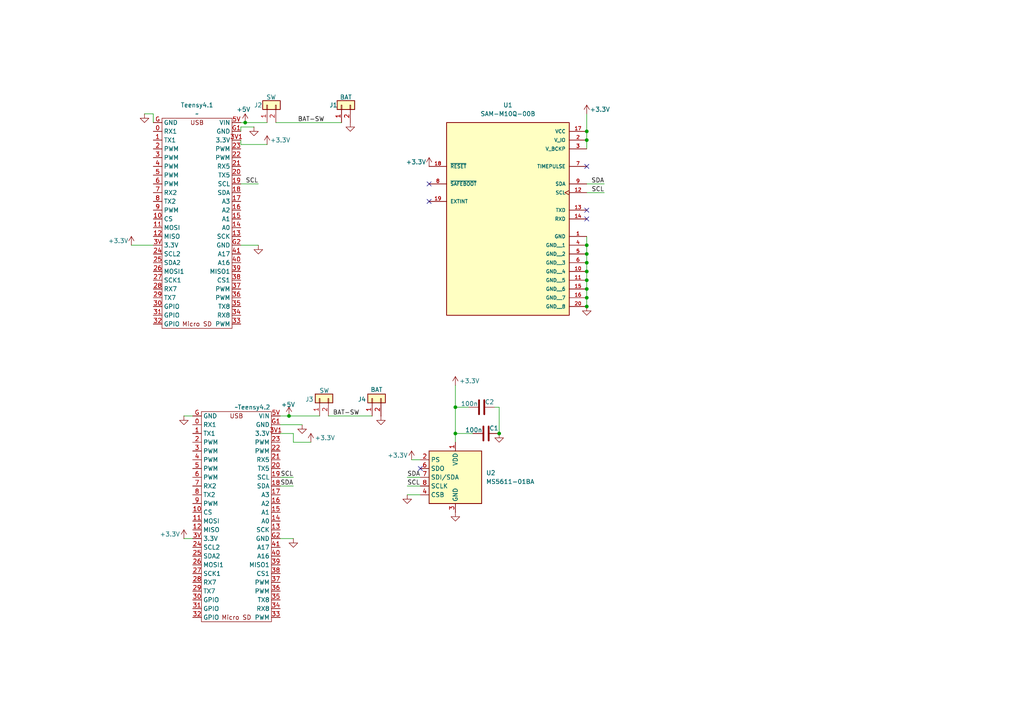
<source format=kicad_sch>
(kicad_sch (version 20250114) (generator "eeschema") (generator_version "9.0")
  (paper "A4")
  (lib_symbols
    (symbol "Connector_Generic:Conn_01x02" (pin_names (offset 1.016) (hide yes))
      (property "Reference" "J" (at 0 2.54 0))
      (property "Value" "Conn_01x02" (at 0 -5.08 0))
      (symbol "Conn_01x02_1_1"
        (rectangle (start -1.27 1.27) (end 1.27 -3.81) (stroke (width 0.254)) (fill (type background)))
        (rectangle (start -1.27 0.127) (end 0 -0.127) (stroke (width 0.1524)))
        (rectangle (start -1.27 -2.413) (end 0 -2.667) (stroke (width 0.1524)))
        (pin passive line (at -5.08 0 0) (length 3.81) (name "Pin_1") (number "1"))
        (pin passive line (at -5.08 -2.54 0) (length 3.81) (name "Pin_2") (number "2"))
      )
    )
    (symbol "Device:C" (pin_numbers (hide yes)) (pin_names (offset 0.254))
      (property "Reference" "C" (at 0.635 2.54 0))
      (property "Value" "C" (at 0.635 -2.54 0))
      (symbol "C_0_1"
        (polyline (pts (xy -2.032 0.762) (xy 2.032 0.762)) (stroke (width 0.508)))
        (polyline (pts (xy -2.032 -0.762) (xy 2.032 -0.762)) (stroke (width 0.508)))
      )
      (symbol "C_1_1"
        (pin passive line (at 0 3.81 270) (length 2.794) (name "~") (number "1"))
        (pin passive line (at 0 -3.81 90) (length 2.794) (name "~") (number "2"))
      )
    )
    (symbol "SAM-M10Q-00B:SAM-M10Q-00B" (pin_names (offset 1.016))
      (property "Reference" "U" (at -17.78 18.542 0))
      (property "Value" "SAM-M10Q-00B" (at -17.78 -40.64 0))
      (symbol "SAM-M10Q-00B_0_0"
        (rectangle (start -17.78 -38.1) (end 17.78 17.78) (stroke (width 0.254)) (fill (type background)))
        (pin input line (at -22.86 5.08 0) (length 5.08) (name "~{RESET}") (number "18"))
        (pin input line (at -22.86 0 0) (length 5.08) (name "~{SAFEBOOT}") (number "8"))
        (pin input line (at -22.86 -5.08 0) (length 5.08) (name "EXTINT") (number "19"))
        (pin power_in line (at 22.86 15.24 180) (length 5.08) (name "VCC") (number "17"))
        (pin power_in line (at 22.86 12.7 180) (length 5.08) (name "V_IO") (number "2"))
        (pin power_in line (at 22.86 10.16 180) (length 5.08) (name "V_BCKP") (number "3"))
        (pin output line (at 22.86 5.08 180) (length 5.08) (name "TIMEPULSE") (number "7"))
        (pin bidirectional line (at 22.86 0 180) (length 5.08) (name "SDA") (number "9"))
        (pin input clock (at 22.86 -2.54 180) (length 5.08) (name "SCL") (number "12"))
        (pin output line (at 22.86 -7.62 180) (length 5.08) (name "TXD") (number "13"))
        (pin input line (at 22.86 -10.16 180) (length 5.08) (name "RXD") (number "14"))
        (pin power_in line (at 22.86 -15.24 180) (length 5.08) (name "GND") (number "1"))
        (pin power_in line (at 22.86 -17.78 180) (length 5.08) (name "GND__1") (number "4"))
        (pin power_in line (at 22.86 -20.32 180) (length 5.08) (name "GND__2") (number "5"))
        (pin power_in line (at 22.86 -22.86 180) (length 5.08) (name "GND__3") (number "6"))
        (pin power_in line (at 22.86 -25.4 180) (length 5.08) (name "GND__4") (number "10"))
        (pin power_in line (at 22.86 -27.94 180) (length 5.08) (name "GND__5") (number "11"))
        (pin power_in line (at 22.86 -30.48 180) (length 5.08) (name "GND__6") (number "15"))
        (pin power_in line (at 22.86 -33.02 180) (length 5.08) (name "GND__7") (number "16"))
        (pin power_in line (at 22.86 -35.56 180) (length 5.08) (name "GND__8") (number "20"))
      )
    )
    (symbol "Sensor_Pressure:MS5611-01BA"
      (property "Reference" "U" (at -6.35 8.89 0))
      (property "Value" "MS5611-01BA" (at 7.62 8.89 0))
      (symbol "MS5611-01BA_0_1"
        (rectangle (start -7.62 7.62) (end 7.62 -7.62) (stroke (width 0.254)) (fill (type background)))
      )
      (symbol "MS5611-01BA_1_1"
        (pin input line (at -10.16 5.08 0) (length 2.54) (name "PS") (number "2"))
        (pin output line (at -10.16 2.54 0) (length 2.54) (name "SDO") (number "6"))
        (pin bidirectional line (at -10.16 0 0) (length 2.54) (name "SDI/SDA") (number "7"))
        (pin input line (at -10.16 -2.54 0) (length 2.54) (name "SCLK") (number "8"))
        (pin input line (at -10.16 -5.08 0) (length 2.54) (name "CSB") (number "4"))
        (pin input line (at -10.16 -5.08 0) (length 2.54) (hide yes) (name "CSB") (number "5"))
        (pin power_in line (at 0 10.16 270) (length 2.54) (name "VDD") (number "1"))
        (pin power_in line (at 0 -10.16 90) (length 2.54) (name "GND") (number "3"))
      )
    )
    (symbol "power:+3.3V" (power) (pin_numbers (hide yes)) (pin_names (offset 0) (hide yes))
      (property "Value" "+3.3V" (at 0 3.556 0))
      (symbol "+3.3V_0_1"
        (polyline (pts (xy -0.762 1.27) (xy 0 2.54)))
        (polyline (pts (xy 0 2.54) (xy 0.762 1.27)))
        (polyline (pts (xy 0 0) (xy 0 2.54)))
      )
      (symbol "+3.3V_1_1"
        (pin power_in line (at 0 0 90) (length 0) (name "~") (number "1"))
      )
    )
    (symbol "power:+5V" (power) (pin_numbers (hide yes)) (pin_names (offset 0) (hide yes))
      (property "Value" "+5V" (at 0 3.556 0))
      (symbol "+5V_0_1"
        (polyline (pts (xy -0.762 1.27) (xy 0 2.54)))
        (polyline (pts (xy 0 2.54) (xy 0.762 1.27)))
        (polyline (pts (xy 0 0) (xy 0 2.54)))
      )
      (symbol "+5V_1_1"
        (pin power_in line (at 0 0 90) (length 0) (name "~") (number "1"))
      )
    )
    (symbol "power:GND" (power) (pin_numbers (hide yes)) (pin_names (offset 0) (hide yes))
      (property "Value" "GND" (at 0 -3.81 0))
      (symbol "GND_0_1"
        (polyline (pts (xy 0 0) (xy 0 -1.27) (xy 1.27 -1.27) (xy 0 -2.54) (xy -1.27 -1.27) (xy 0 -1.27)))
      )
      (symbol "GND_1_1"
        (pin power_in line (at 0 0 270) (length 0) (name "~") (number "1"))
      )
    )
    (symbol "teensy:Teensy4.1"
      (property "Reference" "Teensy4.1" (at 0 0 90))
      (symbol "Teensy4.1_0_1"
        (rectangle (start -10.16 30.48) (end 10.16 -30.48))
      )
      (symbol "Teensy4.1_1_1"
        (text "USB" (at 0 29.21 0) (effects (font (size 1.27 1.27))))
        (text "Micro SD" (at 0 -29.21 0) (effects (font (size 1.27 1.27))))
        (pin input line (at -12.7 29.21 0) (length 2.54) (name "GND") (number "G"))
        (pin input line (at -12.7 26.67 0) (length 2.54) (name "RX1") (number "0"))
        (pin input line (at -12.7 24.13 0) (length 2.54) (name "TX1") (number "1"))
        (pin input line (at -12.7 21.59 0) (length 2.54) (name "PWM") (number "2"))
        (pin input line (at -12.7 19.05 0) (length 2.54) (name "PWM") (number "3"))
        (pin input line (at -12.7 16.51 0) (length 2.54) (name "PWM") (number "4"))
        (pin input line (at -12.7 13.97 0) (length 2.54) (name "PWM") (number "5"))
        (pin input line (at -12.7 11.43 0) (length 2.54) (name "PWM") (number "6"))
        (pin input line (at -12.7 8.89 0) (length 2.54) (name "RX2") (number "7"))
        (pin input line (at -12.7 6.35 0) (length 2.54) (name "TX2") (number "8"))
        (pin input line (at -12.7 3.81 0) (length 2.54) (name "PWM") (number "9"))
        (pin input line (at -12.7 1.27 0) (length 2.54) (name "CS") (number "10"))
        (pin input line (at -12.7 -1.27 0) (length 2.54) (name "MOSI") (number "11"))
        (pin input line (at -12.7 -3.81 0) (length 2.54) (name "MISO") (number "12"))
        (pin input line (at -12.7 -6.35 0) (length 2.54) (name "3.3V") (number "3V"))
        (pin input line (at -12.7 -8.89 0) (length 2.54) (name "SCL2") (number "24"))
        (pin input line (at -12.7 -11.43 0) (length 2.54) (name "SDA2") (number "25"))
        (pin input line (at -12.7 -13.97 0) (length 2.54) (name "MOSI1") (number "26"))
        (pin input line (at -12.7 -16.51 0) (length 2.54) (name "SCK1") (number "27"))
        (pin input line (at -12.7 -19.05 0) (length 2.54) (name "RX7") (number "28"))
        (pin input line (at -12.7 -21.59 0) (length 2.54) (name "TX7") (number "29"))
        (pin input line (at -12.7 -24.13 0) (length 2.54) (name "GPIO") (number "30"))
        (pin input line (at -12.7 -26.67 0) (length 2.54) (name "GPIO") (number "31"))
        (pin input line (at -12.7 -29.21 0) (length 2.54) (name "GPIO") (number "32"))
        (pin input line (at 12.7 29.21 180) (length 2.54) (name "VIN") (number "5V"))
        (pin input line (at 12.7 26.67 180) (length 2.54) (name "GND") (number "G1"))
        (pin input line (at 12.7 24.13 180) (length 2.54) (name "3.3V") (number "3V1"))
        (pin input line (at 12.7 21.59 180) (length 2.54) (name "PWM") (number "23"))
        (pin input line (at 12.7 19.05 180) (length 2.54) (name "PWM") (number "22"))
        (pin input line (at 12.7 16.51 180) (length 2.54) (name "RX5") (number "21"))
        (pin input line (at 12.7 13.97 180) (length 2.54) (name "TX5") (number "20"))
        (pin input line (at 12.7 11.43 180) (length 2.54) (name "SCL") (number "19"))
        (pin input line (at 12.7 8.89 180) (length 2.54) (name "SDA") (number "18"))
        (pin input line (at 12.7 6.35 180) (length 2.54) (name "A3") (number "17"))
        (pin input line (at 12.7 3.81 180) (length 2.54) (name "A2") (number "16"))
        (pin input line (at 12.7 1.27 180) (length 2.54) (name "A1") (number "15"))
        (pin input line (at 12.7 -1.27 180) (length 2.54) (name "A0") (number "14"))
        (pin input line (at 12.7 -3.81 180) (length 2.54) (name "SCK") (number "13"))
        (pin input line (at 12.7 -6.35 180) (length 2.54) (name "GND") (number "G2"))
        (pin input line (at 12.7 -8.89 180) (length 2.54) (name "A17") (number "41"))
        (pin input line (at 12.7 -11.43 180) (length 2.54) (name "A16") (number "40"))
        (pin input line (at 12.7 -13.97 180) (length 2.54) (name "MISO1") (number "39"))
        (pin input line (at 12.7 -16.51 180) (length 2.54) (name "CS1") (number "38"))
        (pin input line (at 12.7 -19.05 180) (length 2.54) (name "PWM") (number "37"))
        (pin input line (at 12.7 -21.59 180) (length 2.54) (name "PWM") (number "36"))
        (pin input line (at 12.7 -24.13 180) (length 2.54) (name "TX8") (number "35"))
        (pin input line (at 12.7 -26.67 180) (length 2.54) (name "RX8") (number "34"))
        (pin input line (at 12.7 -29.21 180) (length 2.54) (name "PWM") (number "33"))
      )
    )
  )
  (junction (at 170.18 71.12))
  (junction (at 170.18 73.66))
  (junction (at 132.08 125.73))
  (junction (at 132.08 118.11))
  (junction (at 170.18 40.64))
  (junction (at 170.18 83.82))
  (junction (at 170.18 86.36))
  (junction (at 170.18 88.9))
  (junction (at 170.18 76.2))
  (junction (at 170.18 78.74))
  (junction (at 83.82 120.65))
  (junction (at 170.18 38.1))
  (junction (at 170.18 81.28))
  (junction (at 144.78 125.73))
  (junction (at 71.12 35.56))
  (no_connect (at 124.46 53.34))
  (no_connect (at 124.46 58.42))
  (no_connect (at 170.18 60.96))
  (no_connect (at 121.92 135.89))
  (no_connect (at 170.18 63.5))
  (no_connect (at 170.18 48.26))
  (wire (pts (xy 69.85 36.83) (xy 69.85 38.1)))
  (wire (pts (xy 132.08 125.73) (xy 132.08 128.27)))
  (wire (pts (xy 81.28 140.97) (xy 85.09 140.97)))
  (wire (pts (xy 118.11 140.97) (xy 121.92 140.97)))
  (wire (pts (xy 69.85 36.83) (xy 73.66 36.83)))
  (wire (pts (xy 170.18 76.2) (xy 170.18 78.74)))
  (wire (pts (xy 71.12 35.56) (xy 69.85 35.56)))
  (wire (pts (xy 170.18 81.28) (xy 170.18 83.82)))
  (wire (pts (xy 132.08 111.76) (xy 132.08 118.11)))
  (wire (pts (xy 170.18 40.64) (xy 170.18 43.18)))
  (wire (pts (xy 38.1 71.12) (xy 44.45 71.12)))
  (wire (pts (xy 170.18 83.82) (xy 170.18 86.36)))
  (wire (pts (xy 81.28 120.65) (xy 83.82 120.65)))
  (wire (pts (xy 69.85 71.12) (xy 74.93 71.12)))
  (wire (pts (xy 170.18 78.74) (xy 170.18 81.28)))
  (wire (pts (xy 81.28 123.19) (xy 87.63 123.19)))
  (wire (pts (xy 85.09 128.27) (xy 90.17 128.27)))
  (wire (pts (xy 44.45 33.02) (xy 44.45 35.56)))
  (wire (pts (xy 118.11 143.51) (xy 121.92 143.51)))
  (wire (pts (xy 119.38 133.35) (xy 121.92 133.35)))
  (wire (pts (xy 170.18 71.12) (xy 170.18 73.66)))
  (wire (pts (xy 132.08 118.11) (xy 132.08 125.73)))
  (wire (pts (xy 80.01 35.56) (xy 99.06 35.56)))
  (wire (pts (xy 69.85 41.91) (xy 77.47 41.91)))
  (wire (pts (xy 81.28 125.73) (xy 85.09 125.73)))
  (wire (pts (xy 170.18 86.36) (xy 170.18 88.9)))
  (wire (pts (xy 135.89 118.11) (xy 132.08 118.11)))
  (wire (pts (xy 53.34 120.65) (xy 55.88 120.65)))
  (wire (pts (xy 175.26 55.88) (xy 170.18 55.88)))
  (wire (pts (xy 69.85 40.64) (xy 69.85 41.91)))
  (wire (pts (xy 95.25 120.65) (xy 107.95 120.65)))
  (wire (pts (xy 74.93 53.34) (xy 69.85 53.34)))
  (wire (pts (xy 143.51 118.11) (xy 144.78 118.11)))
  (wire (pts (xy 77.47 35.56) (xy 71.12 35.56)))
  (wire (pts (xy 137.16 125.73) (xy 132.08 125.73)))
  (wire (pts (xy 81.28 156.21) (xy 85.09 156.21)))
  (wire (pts (xy 85.09 125.73) (xy 85.09 128.27)))
  (wire (pts (xy 118.11 138.43) (xy 121.92 138.43)))
  (wire (pts (xy 170.18 38.1) (xy 170.18 40.64)))
  (wire (pts (xy 170.18 68.58) (xy 170.18 71.12)))
  (wire (pts (xy 41.91 33.02) (xy 44.45 33.02)))
  (wire (pts (xy 170.18 33.02) (xy 170.18 38.1)))
  (wire (pts (xy 53.34 156.21) (xy 55.88 156.21)))
  (wire (pts (xy 170.18 73.66) (xy 170.18 76.2)))
  (wire (pts (xy 144.78 118.11) (xy 144.78 125.73)))
  (wire (pts (xy 170.18 53.34) (xy 175.26 53.34)))
  (wire (pts (xy 85.09 138.43) (xy 81.28 138.43)))
  (wire (pts (xy 83.82 120.65) (xy 92.71 120.65)))
  (label "SCL" (at 85.09 138.43 180))
  (label "SDA" (at 85.09 140.97 180))
  (label "BAT-SW" (at 96.52 120.65 0))
  (label "BAT-SW" (at 86.36 35.56 0))
  (label "SDA" (at 175.26 53.34 180))
  (label "SCL" (at 175.26 55.88 180))
  (label "SCL" (at 74.93 53.34 180))
  (label "SCL" (at 118.11 140.97 0))
  (label "SDA" (at 118.11 138.43 0))
  (symbol (lib_id "power:+3.3V") (at 132.08 111.76 0) (unit 1)
    (property "Reference" "#PWR021" (effects (hide yes)))
    (property "Value" "+3.3V" (at 136.144 110.49 0))
    (property "Description" "Power symbol creates a global label with name \"+3.3V\"" (effects (hide yes)))
  )
  (symbol (lib_id "Sensor_Pressure:MS5611-01BA") (at 132.08 138.43 0) (unit 1)
    (property "Reference" "U2" (at 140.97 137.1599 0) (effects (justify left)))
    (property "Value" "MS5611-01BA" (at 140.97 139.6999 0) (effects (justify left)))
    (property "Footprint" "Package_LGA:LGA-8_3x5mm_P1.25mm" (effects (hide yes)))
    (property "Datasheet" "https://www.te.com/commerce/DocumentDelivery/DDEController?Action=srchrtrv&DocNm=MS5611-01BA03&DocType=Data+Sheet&DocLang=English" (effects (hide yes)))
    (property "Description" "Barometric pressure sensor, 10cm resolution, 10 to 1200 mbar, I2C and SPI interface up to 20MHz, LGA-8" (effects (hide yes)))
  )
  (symbol (lib_id "Connector_Generic:Conn_01x02") (at 92.71 115.57 90) (unit 1)
    (property "Reference" "J3" (at 90.932 115.824 90) (effects (justify left)))
    (property "Value" "SW" (at 95.504 113.284 90) (effects (justify left)))
    (property "Footprint" "Connector_JST:JST_XH_B2B-XH-A_1x02_P2.50mm_Vertical" (effects (hide yes)))
    (property "Description" "Generic connector, single row, 01x02, script generated (kicad-library-utils/schlib/autogen/connector/)" (effects (hide yes)))
  )
  (symbol (lib_id "power:+3.3V") (at 90.17 128.27 0) (unit 1)
    (property "Reference" "#PWR013" (effects (hide yes)))
    (property "Value" "+3.3V" (at 94.234 127 0))
    (property "Description" "Power symbol creates a global label with name \"+3.3V\"" (effects (hide yes)))
  )
  (symbol (lib_id "power:GND") (at 101.6 35.56 0) (unit 1)
    (property "Reference" "#PWR07" (effects (hide yes)))
    (property "Value" "GND" (effects (hide yes)))
    (property "Description" "Power symbol creates a global label with name \"GND\" , ground" (effects (hide yes)))
  )
  (symbol (lib_id "power:GND") (at 170.18 88.9 0) (unit 1)
    (property "Reference" "#PWR08" (effects (hide yes)))
    (property "Value" "GND" (effects (hide yes)))
    (property "Description" "Power symbol creates a global label with name \"GND\" , ground" (effects (hide yes)))
  )
  (symbol (lib_id "power:+3.3V") (at 38.1 71.12 0) (mirror y) (unit 1)
    (property "Reference" "#PWR06" (effects (hide yes)))
    (property "Value" "+3.3V" (at 34.29 69.85 0))
    (property "Description" "Power symbol creates a global label with name \"+3.3V\"" (effects (hide yes)))
  )
  (symbol (lib_id "power:GND") (at 73.66 36.83 0) (unit 1)
    (property "Reference" "#PWR04" (effects (hide yes)))
    (property "Value" "GND" (effects (hide yes)))
    (property "Description" "Power symbol creates a global label with name \"GND\" , ground" (effects (hide yes)))
  )
  (symbol (lib_id "power:+3.3V") (at 53.34 156.21 0) (mirror y) (unit 1)
    (property "Reference" "#PWR017" (effects (hide yes)))
    (property "Value" "+3.3V" (at 49.276 154.94 0))
    (property "Description" "Power symbol creates a global label with name \"+3.3V\"" (effects (hide yes)))
  )
  (symbol (lib_id "teensy:Teensy4.1") (at 57.15 64.77 0) (unit 1)
    (property "Reference" "Teensy4.1" (at 57.15 30.48 0))
    (property "Value" "~" (at 57.15 33.02 0))
  )
  (symbol (lib_id "Device:C") (at 140.97 125.73 90) (unit 1)
    (property "Reference" "C1" (at 143.256 124.206 90))
    (property "Value" "100n" (at 137.414 124.714 90))
    (property "Footprint" "Capacitor_SMD:C_0603_1608Metric" (effects (hide yes)))
    (property "Description" "Unpolarized capacitor" (effects (hide yes)))
  )
  (symbol (lib_id "power:GND") (at 132.08 148.59 0) (unit 1)
    (property "Reference" "#PWR020" (effects (hide yes)))
    (property "Value" "GND" (effects (hide yes)))
    (property "Description" "Power symbol creates a global label with name \"GND\" , ground" (effects (hide yes)))
  )
  (symbol (lib_id "power:GND") (at 85.09 156.21 0) (unit 1)
    (property "Reference" "#PWR014" (effects (hide yes)))
    (property "Value" "GND" (effects (hide yes)))
    (property "Description" "Power symbol creates a global label with name \"GND\" , ground" (effects (hide yes)))
  )
  (symbol (lib_id "power:+5V") (at 83.82 120.65 0) (unit 1)
    (property "Reference" "#PWR012" (effects (hide yes)))
    (property "Value" "+5V" (at 83.566 117.348 0))
    (property "Description" "Power symbol creates a global label with name \"+5V\"" (effects (hide yes)))
  )
  (symbol (lib_id "power:GND") (at 144.78 125.73 0) (unit 1)
    (property "Reference" "#PWR022" (effects (hide yes)))
    (property "Value" "GND" (effects (hide yes)))
    (property "Description" "Power symbol creates a global label with name \"GND\" , ground" (effects (hide yes)))
  )
  (symbol (lib_id "power:GND") (at 110.49 120.65 0) (unit 1)
    (property "Reference" "#PWR016" (effects (hide yes)))
    (property "Value" "GND" (effects (hide yes)))
    (property "Description" "Power symbol creates a global label with name \"GND\" , ground" (effects (hide yes)))
  )
  (symbol (lib_id "power:+3.3V") (at 77.47 41.91 0) (unit 1)
    (property "Reference" "#PWR02" (effects (hide yes)))
    (property "Value" "+3.3V" (at 81.28 40.64 0))
    (property "Description" "Power symbol creates a global label with name \"+3.3V\"" (effects (hide yes)))
  )
  (symbol (lib_id "Connector_Generic:Conn_01x02") (at 77.47 30.48 90) (unit 1)
    (property "Reference" "J2" (at 73.66 30.48 90) (effects (justify right)))
    (property "Value" "SW" (at 77.216 28.194 90) (effects (justify right)))
    (property "Footprint" "Connector_JST:JST_XH_B2B-XH-A_1x02_P2.50mm_Vertical" (effects (hide yes)))
    (property "Description" "Generic connector, single row, 01x02, script generated (kicad-library-utils/schlib/autogen/connector/)" (effects (hide yes)))
  )
  (symbol (lib_id "Connector_Generic:Conn_01x02") (at 99.06 30.48 90) (unit 1)
    (property "Reference" "J1" (at 95.504 30.48 90) (effects (justify right)))
    (property "Value" "BAT" (at 98.552 28.194 90) (effects (justify right)))
    (property "Footprint" "Connector_JST:JST_XH_S2B-XH-A-1_1x02_P2.50mm_Horizontal" (effects (hide yes)))
    (property "Description" "Generic connector, single row, 01x02, script generated (kicad-library-utils/schlib/autogen/connector/)" (effects (hide yes)))
  )
  (symbol (lib_id "power:GND") (at 87.63 123.19 0) (unit 1)
    (property "Reference" "#PWR011" (effects (hide yes)))
    (property "Value" "GND" (effects (hide yes)))
    (property "Description" "Power symbol creates a global label with name \"GND\" , ground" (effects (hide yes)))
  )
  (symbol (lib_id "Device:C") (at 139.7 118.11 90) (unit 1)
    (property "Reference" "C2" (at 141.986 116.586 90))
    (property "Value" "100n" (at 136.144 117.094 90))
    (property "Footprint" "Capacitor_SMD:C_0603_1608Metric" (effects (hide yes)))
    (property "Description" "Unpolarized capacitor" (effects (hide yes)))
  )
  (symbol (lib_id "power:GND") (at 41.91 33.02 0) (unit 1)
    (property "Reference" "#PWR01" (effects (hide yes)))
    (property "Value" "GND" (effects (hide yes)))
    (property "Description" "Power symbol creates a global label with name \"GND\" , ground" (effects (hide yes)))
  )
  (symbol (lib_id "power:GND") (at 118.11 143.51 0) (unit 1)
    (property "Reference" "#PWR019" (effects (hide yes)))
    (property "Value" "GND" (effects (hide yes)))
    (property "Description" "Power symbol creates a global label with name \"GND\" , ground" (effects (hide yes)))
  )
  (symbol (lib_id "Connector_Generic:Conn_01x02") (at 107.95 115.57 90) (unit 1)
    (property "Reference" "J4" (at 106.172 115.824 90) (effects (justify left)))
    (property "Value" "BAT" (at 110.998 113.03 90) (effects (justify left)))
    (property "Footprint" "Connector_JST:JST_XH_B2B-XH-A_1x02_P2.50mm_Vertical" (effects (hide yes)))
    (property "Description" "Generic connector, single row, 01x02, script generated (kicad-library-utils/schlib/autogen/connector/)" (effects (hide yes)))
  )
  (symbol (lib_id "power:+3.3V") (at 170.18 33.02 0) (unit 1)
    (property "Reference" "#PWR09" (effects (hide yes)))
    (property "Value" "+3.3V" (at 173.99 31.75 0))
    (property "Description" "Power symbol creates a global label with name \"+3.3V\"" (effects (hide yes)))
  )
  (symbol (lib_id "power:+3.3V") (at 119.38 133.35 0) (mirror y) (unit 1)
    (property "Reference" "#PWR018" (effects (hide yes)))
    (property "Value" "+3.3V" (at 115.316 132.08 0))
    (property "Description" "Power symbol creates a global label with name \"+3.3V\"" (effects (hide yes)))
  )
  (symbol (lib_id "power:GND") (at 53.34 120.65 0) (unit 1)
    (property "Reference" "#PWR015" (effects (hide yes)))
    (property "Value" "GND" (effects (hide yes)))
    (property "Description" "Power symbol creates a global label with name \"GND\" , ground" (effects (hide yes)))
  )
  (symbol (lib_id "power:GND") (at 74.93 71.12 0) (unit 1)
    (property "Reference" "#PWR05" (effects (hide yes)))
    (property "Value" "GND" (effects (hide yes)))
    (property "Description" "Power symbol creates a global label with name \"GND\" , ground" (effects (hide yes)))
  )
  (symbol (lib_id "power:+5V") (at 71.12 35.56 0) (unit 1)
    (property "Reference" "#PWR03" (effects (hide yes)))
    (property "Value" "+5V" (at 70.612 31.75 0))
    (property "Description" "Power symbol creates a global label with name \"+5V\"" (effects (hide yes)))
  )
  (symbol (lib_id "SAM-M10Q-00B:SAM-M10Q-00B") (at 147.32 53.34 0) (unit 1)
    (property "Reference" "U1" (at 147.32 30.48 0))
    (property "Value" "SAM-M10Q-00B" (at 147.32 33.02 0))
    (property "Footprint" "SAM-M10Q-00B:XCVR_SAM-M10Q-00B" (effects (hide yes)))
    (property "PARTREV" "R03" (effects (hide yes)))
    (property "MANUFACTURER" "u-blox" (effects (hide yes)))
    (property "STANDARD" "Manufacturer Recommendations" (effects (hide yes)))
    (property "MAXIMUM_PACKAGE_HEIGHT" "6.8mm" (effects (hide yes)))
    (property "SNAPEDA_PN" "SAM-M10Q-00B" (effects (hide yes)))
  )
  (symbol (lib_id "teensy:Teensy4.1") (at 68.58 149.86 0) (unit 1)
    (property "Reference" "Teensy4.2" (at 73.66 118.11 0))
    (property "Value" "~" (at 68.58 118.11 0))
  )
  (symbol (lib_id "power:+3.3V") (at 124.46 48.26 0) (unit 1)
    (property "Reference" "#PWR010" (effects (hide yes)))
    (property "Value" "+3.3V" (at 120.65 46.99 0))
    (property "Description" "Power symbol creates a global label with name \"+3.3V\"" (effects (hide yes)))
  )
)
</source>
